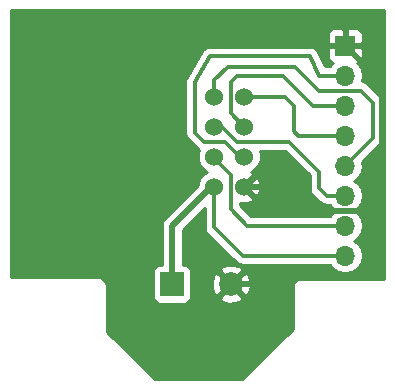
<source format=gtl>
G04 #@! TF.FileFunction,Copper,L1,Top,Signal*
%FSLAX46Y46*%
G04 Gerber Fmt 4.6, Leading zero omitted, Abs format (unit mm)*
G04 Created by KiCad (PCBNEW 4.0.7-e2-6376~58~ubuntu16.04.1) date Mon Dec 11 22:14:59 2017*
%MOMM*%
%LPD*%
G01*
G04 APERTURE LIST*
%ADD10C,0.100000*%
%ADD11R,1.700000X1.700000*%
%ADD12O,1.700000X1.700000*%
%ADD13C,1.524000*%
%ADD14R,2.000000X2.000000*%
%ADD15C,2.000000*%
%ADD16C,0.304800*%
%ADD17C,0.508000*%
%ADD18C,0.254000*%
G04 APERTURE END LIST*
D10*
D11*
X155877619Y-109985000D03*
D12*
X155877619Y-112525000D03*
X155877619Y-115065000D03*
X155877619Y-117605000D03*
X155877619Y-120145000D03*
X155877619Y-122685000D03*
X155877619Y-125225000D03*
X155877619Y-127765000D03*
D13*
X144780000Y-114300000D03*
X144780000Y-116840000D03*
X144780000Y-119380000D03*
X144780000Y-121920000D03*
X147320000Y-114300000D03*
X147320000Y-116840000D03*
X147320000Y-119380000D03*
X147320000Y-121920000D03*
D14*
X141224000Y-130175000D03*
D15*
X146224000Y-130175000D03*
D16*
X147320000Y-119380000D02*
X146939000Y-119380000D01*
X146939000Y-119380000D02*
X145669000Y-118110000D01*
X145669000Y-118110000D02*
X143891000Y-118110000D01*
X143891000Y-118110000D02*
X143129000Y-117348000D01*
X143129000Y-117348000D02*
X143129000Y-113030000D01*
X143129000Y-113030000D02*
X144399000Y-110871000D01*
X144399000Y-110871000D02*
X152908000Y-110871000D01*
X152908000Y-110871000D02*
X153673000Y-112525000D01*
X153673000Y-112525000D02*
X155877619Y-112525000D01*
X147320000Y-116840000D02*
X146177000Y-115697000D01*
X153165000Y-115065000D02*
X155877619Y-115065000D01*
X150622000Y-112522000D02*
X153165000Y-115065000D01*
X146685000Y-112522000D02*
X150622000Y-112522000D01*
X146177000Y-113030000D02*
X146685000Y-112522000D01*
X146177000Y-115697000D02*
X146177000Y-113030000D01*
X147320000Y-114300000D02*
X150749000Y-114300000D01*
X151895000Y-117605000D02*
X155877619Y-117605000D01*
X151511000Y-117221000D02*
X151895000Y-117605000D01*
X151511000Y-115062000D02*
X151511000Y-117221000D01*
X150749000Y-114300000D02*
X151511000Y-115062000D01*
X144780000Y-114300000D02*
X144780000Y-112903000D01*
X158242000Y-117780619D02*
X155877619Y-120145000D01*
X158242000Y-114808000D02*
X158242000Y-117780619D01*
X157226000Y-113792000D02*
X158242000Y-114808000D01*
X153670000Y-113792000D02*
X157226000Y-113792000D01*
X151638000Y-111760000D02*
X153670000Y-113792000D01*
X145923000Y-111760000D02*
X151638000Y-111760000D01*
X144780000Y-112903000D02*
X145923000Y-111760000D01*
X144780000Y-116840000D02*
X145415000Y-116840000D01*
X145415000Y-116840000D02*
X146685000Y-118110000D01*
X146685000Y-118110000D02*
X151130000Y-118110000D01*
X151130000Y-118110000D02*
X153670000Y-120650000D01*
X153670000Y-120650000D02*
X153670000Y-122047000D01*
X153670000Y-122047000D02*
X154308000Y-122685000D01*
X154308000Y-122685000D02*
X155877619Y-122685000D01*
X144780000Y-119380000D02*
X144780000Y-119507000D01*
X144780000Y-119507000D02*
X146177000Y-120904000D01*
X146177000Y-120904000D02*
X146177000Y-123825000D01*
X146177000Y-123825000D02*
X147577000Y-125225000D01*
X147577000Y-125225000D02*
X155877619Y-125225000D01*
D17*
X141224000Y-130175000D02*
X141224000Y-125222000D01*
X141224000Y-125222000D02*
X144526000Y-121920000D01*
D16*
X144526000Y-121920000D02*
X144780000Y-121920000D01*
X144780000Y-121920000D02*
X144780000Y-125349000D01*
X147196000Y-127765000D02*
X155877619Y-127765000D01*
X144780000Y-125349000D02*
X147196000Y-127765000D01*
D17*
X146224000Y-130175000D02*
X149733000Y-130175000D01*
X149733000Y-130175000D02*
X150368000Y-129540000D01*
X150368000Y-129540000D02*
X156972000Y-129540000D01*
X156972000Y-129540000D02*
X158369000Y-128143000D01*
X158369000Y-128143000D02*
X158369000Y-124968000D01*
X158369000Y-124968000D02*
X157353000Y-123952000D01*
X147320000Y-121920000D02*
X151130000Y-121920000D01*
X151130000Y-121920000D02*
X153162000Y-123952000D01*
X153162000Y-123952000D02*
X157353000Y-123952000D01*
X159004000Y-112984381D02*
X155877619Y-109985000D01*
X157353000Y-123952000D02*
X159004000Y-122682000D01*
X159004000Y-122682000D02*
X159004000Y-112984381D01*
D18*
G36*
X159183000Y-129719000D02*
X152146000Y-129719000D01*
X151874295Y-129773046D01*
X151643954Y-129926954D01*
X151490046Y-130157295D01*
X151436000Y-130429000D01*
X151436000Y-133944909D01*
X147152908Y-138228000D01*
X139740092Y-138228000D01*
X135711000Y-134198908D01*
X135711000Y-130302000D01*
X135656954Y-130030295D01*
X135503046Y-129799954D01*
X135272705Y-129646046D01*
X135001000Y-129592000D01*
X127583000Y-129592000D01*
X127583000Y-129175000D01*
X139576560Y-129175000D01*
X139576560Y-131175000D01*
X139620838Y-131410317D01*
X139759910Y-131626441D01*
X139972110Y-131771431D01*
X140224000Y-131822440D01*
X142224000Y-131822440D01*
X142459317Y-131778162D01*
X142675441Y-131639090D01*
X142820431Y-131426890D01*
X142840551Y-131327532D01*
X145251073Y-131327532D01*
X145349736Y-131594387D01*
X145959461Y-131820908D01*
X146609460Y-131796856D01*
X147098264Y-131594387D01*
X147196927Y-131327532D01*
X146224000Y-130354605D01*
X145251073Y-131327532D01*
X142840551Y-131327532D01*
X142871440Y-131175000D01*
X142871440Y-129910461D01*
X144578092Y-129910461D01*
X144602144Y-130560460D01*
X144804613Y-131049264D01*
X145071468Y-131147927D01*
X146044395Y-130175000D01*
X146403605Y-130175000D01*
X147376532Y-131147927D01*
X147643387Y-131049264D01*
X147869908Y-130439539D01*
X147845856Y-129789540D01*
X147643387Y-129300736D01*
X147376532Y-129202073D01*
X146403605Y-130175000D01*
X146044395Y-130175000D01*
X145071468Y-129202073D01*
X144804613Y-129300736D01*
X144578092Y-129910461D01*
X142871440Y-129910461D01*
X142871440Y-129175000D01*
X142842740Y-129022468D01*
X145251073Y-129022468D01*
X146224000Y-129995395D01*
X147196927Y-129022468D01*
X147098264Y-128755613D01*
X146488539Y-128529092D01*
X145838540Y-128553144D01*
X145349736Y-128755613D01*
X145251073Y-129022468D01*
X142842740Y-129022468D01*
X142827162Y-128939683D01*
X142688090Y-128723559D01*
X142475890Y-128578569D01*
X142224000Y-128527560D01*
X142113000Y-128527560D01*
X142113000Y-125590236D01*
X143992600Y-123710636D01*
X143992600Y-125349000D01*
X144052537Y-125650325D01*
X144223224Y-125905776D01*
X146639224Y-128321776D01*
X146894675Y-128492463D01*
X147196000Y-128552400D01*
X154622973Y-128552400D01*
X154798472Y-128815054D01*
X155280241Y-129136961D01*
X155848526Y-129250000D01*
X155906712Y-129250000D01*
X156474997Y-129136961D01*
X156956766Y-128815054D01*
X157278673Y-128333285D01*
X157391712Y-127765000D01*
X157278673Y-127196715D01*
X156956766Y-126714946D01*
X156627593Y-126495000D01*
X156956766Y-126275054D01*
X157278673Y-125793285D01*
X157391712Y-125225000D01*
X157278673Y-124656715D01*
X156956766Y-124174946D01*
X156627593Y-123955000D01*
X156956766Y-123735054D01*
X157278673Y-123253285D01*
X157391712Y-122685000D01*
X157278673Y-122116715D01*
X156956766Y-121634946D01*
X156627593Y-121415000D01*
X156956766Y-121195054D01*
X157278673Y-120713285D01*
X157391712Y-120145000D01*
X157325258Y-119810913D01*
X158798776Y-118337395D01*
X158969463Y-118081944D01*
X159029400Y-117780619D01*
X159029400Y-114808000D01*
X158969463Y-114506675D01*
X158798776Y-114251224D01*
X157782776Y-113235224D01*
X157527325Y-113064537D01*
X157293637Y-113018054D01*
X157391712Y-112525000D01*
X157278673Y-111956715D01*
X156956766Y-111474946D01*
X156912842Y-111445597D01*
X157087317Y-111373327D01*
X157265946Y-111194699D01*
X157362619Y-110961310D01*
X157362619Y-110270750D01*
X157203869Y-110112000D01*
X156004619Y-110112000D01*
X156004619Y-110132000D01*
X155750619Y-110132000D01*
X155750619Y-110112000D01*
X154551369Y-110112000D01*
X154392619Y-110270750D01*
X154392619Y-110961310D01*
X154489292Y-111194699D01*
X154667921Y-111373327D01*
X154842396Y-111445597D01*
X154798472Y-111474946D01*
X154622973Y-111737600D01*
X154176357Y-111737600D01*
X153622661Y-110540458D01*
X153541432Y-110428947D01*
X153464776Y-110314224D01*
X153451306Y-110305224D01*
X153441768Y-110292130D01*
X153324045Y-110220191D01*
X153209325Y-110143537D01*
X153193436Y-110140376D01*
X153179614Y-110131930D01*
X153043322Y-110110517D01*
X152908000Y-110083600D01*
X144399000Y-110083600D01*
X144301074Y-110103079D01*
X144201393Y-110108799D01*
X144151749Y-110132781D01*
X144097675Y-110143537D01*
X144014657Y-110199008D01*
X143924753Y-110242439D01*
X143888065Y-110283594D01*
X143842224Y-110314224D01*
X143786753Y-110397242D01*
X143720313Y-110471772D01*
X142450313Y-112630772D01*
X142432168Y-112682833D01*
X142401537Y-112728675D01*
X142382058Y-112826602D01*
X142349197Y-112920884D01*
X142352356Y-112975927D01*
X142341600Y-113030000D01*
X142341600Y-117348000D01*
X142401537Y-117649325D01*
X142572224Y-117904776D01*
X143334224Y-118666776D01*
X143513708Y-118786704D01*
X143383243Y-119100900D01*
X143382758Y-119656661D01*
X143594990Y-120170303D01*
X143987630Y-120563629D01*
X144195512Y-120649949D01*
X143989697Y-120734990D01*
X143596371Y-121127630D01*
X143383243Y-121640900D01*
X143383099Y-121805665D01*
X140595382Y-124593382D01*
X140402671Y-124881794D01*
X140335000Y-125222000D01*
X140335000Y-128527560D01*
X140224000Y-128527560D01*
X139988683Y-128571838D01*
X139772559Y-128710910D01*
X139627569Y-128923110D01*
X139576560Y-129175000D01*
X127583000Y-129175000D01*
X127583000Y-109008690D01*
X154392619Y-109008690D01*
X154392619Y-109699250D01*
X154551369Y-109858000D01*
X155750619Y-109858000D01*
X155750619Y-108658750D01*
X156004619Y-108658750D01*
X156004619Y-109858000D01*
X157203869Y-109858000D01*
X157362619Y-109699250D01*
X157362619Y-109008690D01*
X157265946Y-108775301D01*
X157087317Y-108596673D01*
X156853928Y-108500000D01*
X156163369Y-108500000D01*
X156004619Y-108658750D01*
X155750619Y-108658750D01*
X155591869Y-108500000D01*
X154901310Y-108500000D01*
X154667921Y-108596673D01*
X154489292Y-108775301D01*
X154392619Y-109008690D01*
X127583000Y-109008690D01*
X127583000Y-107009000D01*
X159183000Y-107009000D01*
X159183000Y-129719000D01*
X159183000Y-129719000D01*
G37*
X159183000Y-129719000D02*
X152146000Y-129719000D01*
X151874295Y-129773046D01*
X151643954Y-129926954D01*
X151490046Y-130157295D01*
X151436000Y-130429000D01*
X151436000Y-133944909D01*
X147152908Y-138228000D01*
X139740092Y-138228000D01*
X135711000Y-134198908D01*
X135711000Y-130302000D01*
X135656954Y-130030295D01*
X135503046Y-129799954D01*
X135272705Y-129646046D01*
X135001000Y-129592000D01*
X127583000Y-129592000D01*
X127583000Y-129175000D01*
X139576560Y-129175000D01*
X139576560Y-131175000D01*
X139620838Y-131410317D01*
X139759910Y-131626441D01*
X139972110Y-131771431D01*
X140224000Y-131822440D01*
X142224000Y-131822440D01*
X142459317Y-131778162D01*
X142675441Y-131639090D01*
X142820431Y-131426890D01*
X142840551Y-131327532D01*
X145251073Y-131327532D01*
X145349736Y-131594387D01*
X145959461Y-131820908D01*
X146609460Y-131796856D01*
X147098264Y-131594387D01*
X147196927Y-131327532D01*
X146224000Y-130354605D01*
X145251073Y-131327532D01*
X142840551Y-131327532D01*
X142871440Y-131175000D01*
X142871440Y-129910461D01*
X144578092Y-129910461D01*
X144602144Y-130560460D01*
X144804613Y-131049264D01*
X145071468Y-131147927D01*
X146044395Y-130175000D01*
X146403605Y-130175000D01*
X147376532Y-131147927D01*
X147643387Y-131049264D01*
X147869908Y-130439539D01*
X147845856Y-129789540D01*
X147643387Y-129300736D01*
X147376532Y-129202073D01*
X146403605Y-130175000D01*
X146044395Y-130175000D01*
X145071468Y-129202073D01*
X144804613Y-129300736D01*
X144578092Y-129910461D01*
X142871440Y-129910461D01*
X142871440Y-129175000D01*
X142842740Y-129022468D01*
X145251073Y-129022468D01*
X146224000Y-129995395D01*
X147196927Y-129022468D01*
X147098264Y-128755613D01*
X146488539Y-128529092D01*
X145838540Y-128553144D01*
X145349736Y-128755613D01*
X145251073Y-129022468D01*
X142842740Y-129022468D01*
X142827162Y-128939683D01*
X142688090Y-128723559D01*
X142475890Y-128578569D01*
X142224000Y-128527560D01*
X142113000Y-128527560D01*
X142113000Y-125590236D01*
X143992600Y-123710636D01*
X143992600Y-125349000D01*
X144052537Y-125650325D01*
X144223224Y-125905776D01*
X146639224Y-128321776D01*
X146894675Y-128492463D01*
X147196000Y-128552400D01*
X154622973Y-128552400D01*
X154798472Y-128815054D01*
X155280241Y-129136961D01*
X155848526Y-129250000D01*
X155906712Y-129250000D01*
X156474997Y-129136961D01*
X156956766Y-128815054D01*
X157278673Y-128333285D01*
X157391712Y-127765000D01*
X157278673Y-127196715D01*
X156956766Y-126714946D01*
X156627593Y-126495000D01*
X156956766Y-126275054D01*
X157278673Y-125793285D01*
X157391712Y-125225000D01*
X157278673Y-124656715D01*
X156956766Y-124174946D01*
X156627593Y-123955000D01*
X156956766Y-123735054D01*
X157278673Y-123253285D01*
X157391712Y-122685000D01*
X157278673Y-122116715D01*
X156956766Y-121634946D01*
X156627593Y-121415000D01*
X156956766Y-121195054D01*
X157278673Y-120713285D01*
X157391712Y-120145000D01*
X157325258Y-119810913D01*
X158798776Y-118337395D01*
X158969463Y-118081944D01*
X159029400Y-117780619D01*
X159029400Y-114808000D01*
X158969463Y-114506675D01*
X158798776Y-114251224D01*
X157782776Y-113235224D01*
X157527325Y-113064537D01*
X157293637Y-113018054D01*
X157391712Y-112525000D01*
X157278673Y-111956715D01*
X156956766Y-111474946D01*
X156912842Y-111445597D01*
X157087317Y-111373327D01*
X157265946Y-111194699D01*
X157362619Y-110961310D01*
X157362619Y-110270750D01*
X157203869Y-110112000D01*
X156004619Y-110112000D01*
X156004619Y-110132000D01*
X155750619Y-110132000D01*
X155750619Y-110112000D01*
X154551369Y-110112000D01*
X154392619Y-110270750D01*
X154392619Y-110961310D01*
X154489292Y-111194699D01*
X154667921Y-111373327D01*
X154842396Y-111445597D01*
X154798472Y-111474946D01*
X154622973Y-111737600D01*
X154176357Y-111737600D01*
X153622661Y-110540458D01*
X153541432Y-110428947D01*
X153464776Y-110314224D01*
X153451306Y-110305224D01*
X153441768Y-110292130D01*
X153324045Y-110220191D01*
X153209325Y-110143537D01*
X153193436Y-110140376D01*
X153179614Y-110131930D01*
X153043322Y-110110517D01*
X152908000Y-110083600D01*
X144399000Y-110083600D01*
X144301074Y-110103079D01*
X144201393Y-110108799D01*
X144151749Y-110132781D01*
X144097675Y-110143537D01*
X144014657Y-110199008D01*
X143924753Y-110242439D01*
X143888065Y-110283594D01*
X143842224Y-110314224D01*
X143786753Y-110397242D01*
X143720313Y-110471772D01*
X142450313Y-112630772D01*
X142432168Y-112682833D01*
X142401537Y-112728675D01*
X142382058Y-112826602D01*
X142349197Y-112920884D01*
X142352356Y-112975927D01*
X142341600Y-113030000D01*
X142341600Y-117348000D01*
X142401537Y-117649325D01*
X142572224Y-117904776D01*
X143334224Y-118666776D01*
X143513708Y-118786704D01*
X143383243Y-119100900D01*
X143382758Y-119656661D01*
X143594990Y-120170303D01*
X143987630Y-120563629D01*
X144195512Y-120649949D01*
X143989697Y-120734990D01*
X143596371Y-121127630D01*
X143383243Y-121640900D01*
X143383099Y-121805665D01*
X140595382Y-124593382D01*
X140402671Y-124881794D01*
X140335000Y-125222000D01*
X140335000Y-128527560D01*
X140224000Y-128527560D01*
X139988683Y-128571838D01*
X139772559Y-128710910D01*
X139627569Y-128923110D01*
X139576560Y-129175000D01*
X127583000Y-129175000D01*
X127583000Y-109008690D01*
X154392619Y-109008690D01*
X154392619Y-109699250D01*
X154551369Y-109858000D01*
X155750619Y-109858000D01*
X155750619Y-108658750D01*
X156004619Y-108658750D01*
X156004619Y-109858000D01*
X157203869Y-109858000D01*
X157362619Y-109699250D01*
X157362619Y-109008690D01*
X157265946Y-108775301D01*
X157087317Y-108596673D01*
X156853928Y-108500000D01*
X156163369Y-108500000D01*
X156004619Y-108658750D01*
X155750619Y-108658750D01*
X155591869Y-108500000D01*
X154901310Y-108500000D01*
X154667921Y-108596673D01*
X154489292Y-108775301D01*
X154392619Y-109008690D01*
X127583000Y-109008690D01*
X127583000Y-107009000D01*
X159183000Y-107009000D01*
X159183000Y-129719000D01*
G36*
X152882600Y-120976152D02*
X152882600Y-122047000D01*
X152942537Y-122348325D01*
X153113224Y-122603776D01*
X153751224Y-123241776D01*
X154006675Y-123412463D01*
X154308000Y-123472400D01*
X154622973Y-123472400D01*
X154798472Y-123735054D01*
X155127645Y-123955000D01*
X154798472Y-124174946D01*
X154622973Y-124437600D01*
X147903152Y-124437600D01*
X146964400Y-123498848D01*
X146964400Y-123276378D01*
X147112302Y-123329144D01*
X147667368Y-123301362D01*
X148051143Y-123142397D01*
X148120608Y-122900213D01*
X147320000Y-122099605D01*
X147305858Y-122113748D01*
X147126253Y-121934143D01*
X147140395Y-121920000D01*
X147499605Y-121920000D01*
X148300213Y-122720608D01*
X148542397Y-122651143D01*
X148729144Y-122127698D01*
X148701362Y-121572632D01*
X148542397Y-121188857D01*
X148300213Y-121119392D01*
X147499605Y-121920000D01*
X147140395Y-121920000D01*
X147126253Y-121905858D01*
X147305858Y-121726253D01*
X147320000Y-121740395D01*
X148120608Y-120939787D01*
X148051143Y-120697603D01*
X147910682Y-120647491D01*
X148110303Y-120565010D01*
X148503629Y-120172370D01*
X148716757Y-119659100D01*
X148717242Y-119103339D01*
X148632150Y-118897400D01*
X150803848Y-118897400D01*
X152882600Y-120976152D01*
X152882600Y-120976152D01*
G37*
X152882600Y-120976152D02*
X152882600Y-122047000D01*
X152942537Y-122348325D01*
X153113224Y-122603776D01*
X153751224Y-123241776D01*
X154006675Y-123412463D01*
X154308000Y-123472400D01*
X154622973Y-123472400D01*
X154798472Y-123735054D01*
X155127645Y-123955000D01*
X154798472Y-124174946D01*
X154622973Y-124437600D01*
X147903152Y-124437600D01*
X146964400Y-123498848D01*
X146964400Y-123276378D01*
X147112302Y-123329144D01*
X147667368Y-123301362D01*
X148051143Y-123142397D01*
X148120608Y-122900213D01*
X147320000Y-122099605D01*
X147305858Y-122113748D01*
X147126253Y-121934143D01*
X147140395Y-121920000D01*
X147499605Y-121920000D01*
X148300213Y-122720608D01*
X148542397Y-122651143D01*
X148729144Y-122127698D01*
X148701362Y-121572632D01*
X148542397Y-121188857D01*
X148300213Y-121119392D01*
X147499605Y-121920000D01*
X147140395Y-121920000D01*
X147126253Y-121905858D01*
X147305858Y-121726253D01*
X147320000Y-121740395D01*
X148120608Y-120939787D01*
X148051143Y-120697603D01*
X147910682Y-120647491D01*
X148110303Y-120565010D01*
X148503629Y-120172370D01*
X148716757Y-119659100D01*
X148717242Y-119103339D01*
X148632150Y-118897400D01*
X150803848Y-118897400D01*
X152882600Y-120976152D01*
M02*

</source>
